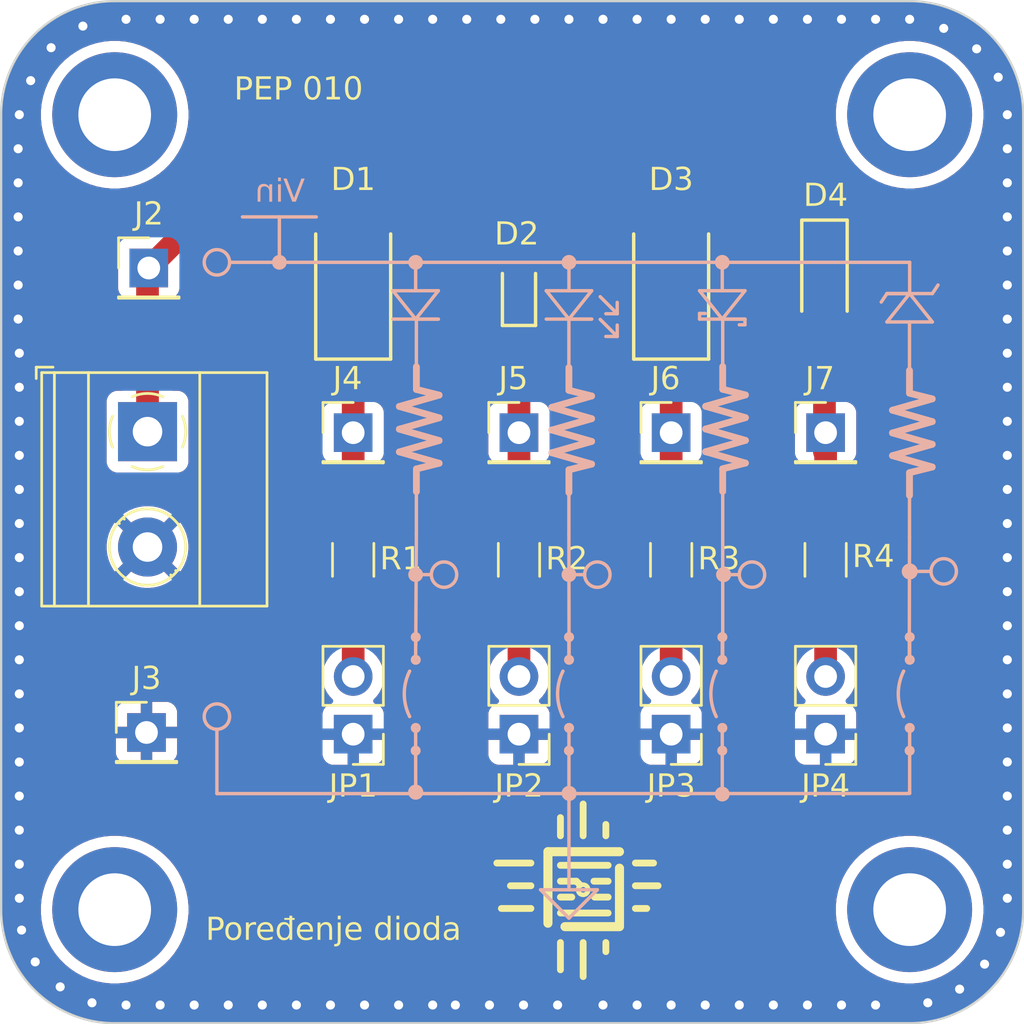
<source format=kicad_pcb>
(kicad_pcb (version 20241229) (generator "pcbnew") (generator_version "9.0")
  (layers (0 "F.Cu" signal) (2 "B.Cu" signal) (13 "F.Paste" user) (15 "B.Paste" user) (5 "F.SilkS" user "F.Silkscreen") (7 "B.SilkS" user "B.Silkscreen") (1 "F.Mask" user) (3 "B.Mask" user) (25 "Edge.Cuts" user))
  (net 0 "")
  (net 1 "Net-(D1-K)")
  (net 2 "0")
  (net 3 "9V")
  (net 4 "Net-(D2-K)")
  (net 5 "Net-(D3-K)")
  (net 6 "Net-(D4-A)")
  (net 7 "Net-(JP1-B)")
  (net 8 "Net-(JP2-B)")
  (net 9 "Net-(JP3-B)")
  (net 10 "Net-(JP4-B)")
  (footprint "Resistor_SMD:R_1206_3216Metric" (layer "F.Cu") (at 140.3 85.6 90)
    (property "Reference" "R4" (at 0.1 2.1 180) (layer "F.SilkS"))
    (property "Value" "1K")
    (fp_line (start -0.727064 -0.91) (end 0.727064 -0.91) (stroke (width 0.12)) (layer "F.SilkS"))
    (fp_line (start -0.727064 0.91) (end 0.727064 0.91) (stroke (width 0.12)) (layer "F.SilkS"))
    (pad "1" smd roundrect (at -1.4625 0 90) (size 1.125 1.75) (layers "F.Cu" "F.Mask" "F.Paste") (roundrect_rratio 0.222222) (net 10 "Net-(JP4-B)"))
    (pad "2" smd roundrect (at 1.4625 0 90) (size 1.125 1.75) (layers "F.Cu" "F.Mask" "F.Paste") (roundrect_rratio 0.222222) (net 6 "Net-(D4-A)"))
  )
  (footprint "PEP:R_silk_symbol" (layer "F.Cu") (at 122.283278 74.84628)
    (property "Reference" "REF**" (hide yes))
    (property "Value" "R_silk_symbol" (hide yes))
    (fp_line (start -0.75 4) (end 1 3.5) (stroke (width 0.3)) (layer "B.SilkS"))
    (fp_line (start -0.75 5) (end 1 4.5) (stroke (width 0.3)) (layer "B.SilkS"))
    (fp_line (start -0.75 6) (end 1 5.5) (stroke (width 0.3)) (layer "B.SilkS"))
    (fp_line (start 0 0.15) (end 0 3.25) (stroke (width 0.15)) (layer "B.SilkS"))
    (fp_line (start 0 3.25) (end 0 2.25) (stroke (width 0.3)) (layer "B.SilkS"))
    (fp_line (start 0 6.75) (end 1 6.5) (stroke (width 0.3)) (layer "B.SilkS"))
    (fp_line (start 0 7.75) (end 0 6.75) (stroke (width 0.3)) (layer "B.SilkS"))
    (fp_line (start 0 9.6) (end 0 6.75) (stroke (width 0.15)) (layer "B.SilkS"))
    (fp_line (start 1 3.5) (end 0 3.25) (stroke (width 0.3)) (layer "B.SilkS"))
    (fp_line (start 1 4.5) (end -0.75 4) (stroke (width 0.3)) (layer "B.SilkS"))
    (fp_line (start 1 5.5) (end -0.75 5) (stroke (width 0.3)) (layer "B.SilkS"))
    (fp_line (start 1 6.5) (end -0.75 6) (stroke (width 0.3)) (layer "B.SilkS"))
  )
  (footprint "Connector_PinHeader_2.54mm:PinHeader_1x01_P2.54mm_Vertical" (layer "F.Cu") (at 133.5 80)
    (property "Reference" "J6" (at -0.25 -2.33 0) (layer "F.SilkS"))
    (property "Value" "Conn_01x01_Pin" (hide yes))
    (fp_line (start -1.33 -1.33) (end 0 -1.33) (stroke (width 0.12)) (layer "F.SilkS"))
    (fp_line (start -1.33 0) (end -1.33 -1.33) (stroke (width 0.12)) (layer "F.SilkS"))
    (fp_line (start -1.33 1.27) (end -1.33 1.33) (stroke (width 0.12)) (layer "F.SilkS"))
    (fp_line (start -1.33 1.27) (end 1.33 1.27) (stroke (width 0.12)) (layer "F.SilkS"))
    (fp_line (start -1.33 1.33) (end 1.33 1.33) (stroke (width 0.12)) (layer "F.SilkS"))
    (fp_line (start 1.33 1.27) (end 1.33 1.33) (stroke (width 0.12)) (layer "F.SilkS"))
    (pad "1" thru_hole rect (at 0 0) (size 1.7 1.7) (drill 1) (layers "*.Cu" "*.Mask") (net 5 "Net-(D3-K)"))
  )
  (footprint "Resistor_SMD:R_1206_3216Metric" (layer "F.Cu") (at 133.5 85.6 90)
    (property "Reference" "R3" (at 0 2.1 180) (layer "F.SilkS"))
    (property "Value" "1K")
    (fp_line (start -0.727064 -0.91) (end 0.727064 -0.91) (stroke (width 0.12)) (layer "F.SilkS"))
    (fp_line (start -0.727064 0.91) (end 0.727064 0.91) (stroke (width 0.12)) (layer "F.SilkS"))
    (pad "1" smd roundrect (at -1.4625 0 90) (size 1.125 1.75) (layers "F.Cu" "F.Mask" "F.Paste") (roundrect_rratio 0.222222) (net 9 "Net-(JP3-B)"))
    (pad "2" smd roundrect (at 1.4625 0 90) (size 1.125 1.75) (layers "F.Cu" "F.Mask" "F.Paste") (roundrect_rratio 0.222222) (net 5 "Net-(D3-K)"))
  )
  (footprint "PEP:R_silk_symbol" (layer "F.Cu") (at 143.993792 75.011922)
    (property "Reference" "REF**" (hide yes))
    (property "Value" "R_silk_symbol" (hide yes))
    (fp_line (start -0.75 4) (end 1 3.5) (stroke (width 0.3)) (layer "B.SilkS"))
    (fp_line (start -0.75 5) (end 1 4.5) (stroke (width 0.3)) (layer "B.SilkS"))
    (fp_line (start -0.75 6) (end 1 5.5) (stroke (width 0.3)) (layer "B.SilkS"))
    (fp_line (start 0 0.15) (end 0 3.25) (stroke (width 0.15)) (layer "B.SilkS"))
    (fp_line (start 0 3.25) (end 0 2.25) (stroke (width 0.3)) (layer "B.SilkS"))
    (fp_line (start 0 6.75) (end 1 6.5) (stroke (width 0.3)) (layer "B.SilkS"))
    (fp_line (start 0 7.75) (end 0 6.75) (stroke (width 0.3)) (layer "B.SilkS"))
    (fp_line (start 0 9.6) (end 0 6.75) (stroke (width 0.15)) (layer "B.SilkS"))
    (fp_line (start 1 3.5) (end 0 3.25) (stroke (width 0.3)) (layer "B.SilkS"))
    (fp_line (start 1 4.5) (end -0.75 4) (stroke (width 0.3)) (layer "B.SilkS"))
    (fp_line (start 1 5.5) (end -0.75 5) (stroke (width 0.3)) (layer "B.SilkS"))
    (fp_line (start 1 6.5) (end -0.75 6) (stroke (width 0.3)) (layer "B.SilkS"))
  )
  (footprint "PEP:JP_silk_symbol" (layer "F.Cu") (at 122.25 91.5)
    (property "Reference" "REF**" (hide yes))
    (property "Value" "JP_silk_symbol" (hide yes))
    (fp_line (start -0.000004 -1.5) (end -0.000004 -2.5) (stroke (width 0.15)) (layer "B.SilkS"))
    (fp_line (start -0.000004 1.5) (end -0.000004 2.5) (stroke (width 0.15)) (layer "B.SilkS"))
    (fp_arc (start -0.263936 1) (mid -0.5 0) (end -0.263936 -1) (stroke (width 0.15)) (layer "B.SilkS"))
    (fp_circle (center -0.000004 2.5) (end 0.124996 2.575) (stroke (width 0.15)) (fill no) (layer "B.SilkS"))
    (fp_circle (center 0.004223 -2.5) (end 0.129223 -2.425) (stroke (width 0.15)) (fill no) (layer "B.SilkS"))
    (fp_circle (center 0.004223 -1.5) (end 0.129223 -1.425) (stroke (width 0.15)) (fill no) (layer "B.SilkS"))
    (fp_circle (center 0.004223 1.5) (end 0.129223 1.575) (stroke (width 0.15)) (fill no) (layer "B.SilkS"))
  )
  (footprint "Connector_PinHeader_2.54mm:PinHeader_1x02_P2.54mm_Vertical" (layer "F.Cu") (at 119.5 93.275 180)
    (property "Reference" "JP1" (at 0 -2.33 0) (layer "F.SilkS"))
    (property "Value" "Jumper_2_Bridged" (hide yes))
    (fp_line (start 1.33 1.27) (end 1.33 3.87) (stroke (width 0.12)) (layer "F.SilkS"))
    (fp_line (start -1.33 3.87) (end 1.33 3.87) (stroke (width 0.12)) (layer "F.SilkS"))
    (fp_line (start -1.33 1.27) (end 1.33 1.27) (stroke (width 0.12)) (layer "F.SilkS"))
    (fp_line (start -1.33 1.27) (end -1.33 3.87) (stroke (width 0.12)) (layer "F.SilkS"))
    (fp_line (start -1.33 0) (end -1.33 -1.33) (stroke (width 0.12)) (layer "F.SilkS"))
    (fp_line (start -1.33 -1.33) (end 0 -1.33) (stroke (width 0.12)) (layer "F.SilkS"))
    (pad "1" thru_hole rect (at 0 0 180) (size 1.7 1.7) (drill 1) (layers "*.Cu" "*.Mask") (net 2 "0"))
    (pad "2" thru_hole oval (at 0 2.54 180) (size 1.7 1.7) (drill 1) (layers "*.Cu" "*.Mask") (net 7 "Net-(JP1-B)"))
  )
  (footprint "PEP:ele_petnica_logo" (layer "F.Cu") (at 129.625 100.125)
    (property "Reference" "REF**" (hide yes))
    (property "Value" "ele_petnica_logo" (hide yes))
    (fp_line (start -3.8 -1.176394) (end -2.3 -1.176394) (stroke (width 0.3)) (layer "F.SilkS"))
    (fp_line (start -3.6 0.823606) (end -2.3 0.823606) (stroke (width 0.3)) (layer "F.SilkS"))
    (fp_line (start -3.2 -0.176394) (end -2.3 -0.176394) (stroke (width 0.3)) (layer "F.SilkS"))
    (fp_line (start -1.55 -1.676394) (end 1.6 -1.676394) (stroke (width 0.4)) (layer "F.SilkS"))
    (fp_line (start -1.55 1.473606) (end -1.55 -1.676394) (stroke (width 0.4)) (layer "F.SilkS"))
    (fp_line (start -1 -3.176394) (end -1 -2.376394) (stroke (width 0.3)) (layer "F.SilkS"))
    (fp_line (start -1 -1.076394) (end 1.1 -1.076394) (stroke (width 0.3)) (layer "F.SilkS"))
    (fp_line (start -1 -0.376394) (end -0.3 -0.376394) (stroke (width 0.3)) (layer "F.SilkS"))
    (fp_line (start -1 0.323606) (end -0.5 0.323606) (stroke (width 0.3)) (layer "F.SilkS"))
    (fp_line (start -1 1.023606) (end 1.1 1.023606) (stroke (width 0.3)) (layer "F.SilkS"))
    (fp_line (start -1 3.523606) (end -1 2.323606) (stroke (width 0.3)) (layer "F.SilkS"))
    (fp_line (start -0.8 1.623606) (end 1.6 1.623606) (stroke (width 0.4)) (layer "F.SilkS"))
    (fp_line (start -0.3 -0.376394) (end -0.15 -0.226394) (stroke (width 0.3)) (layer "F.SilkS"))
    (fp_line (start 0 -3.776394) (end 0 -2.376394) (stroke (width 0.3)) (layer "F.SilkS"))
    (fp_line (start 0 3.823606) (end 0 2.323606) (stroke (width 0.3)) (layer "F.SilkS"))
    (fp_line (start 0.475 -0.376394) (end 1.1 -0.376394) (stroke (width 0.3)) (layer "F.SilkS"))
    (fp_line (start 0.5 0.323606) (end 1.1 0.323606) (stroke (width 0.3)) (layer "F.SilkS"))
    (fp_line (start 1 -2.876394) (end 1 -2.376394) (stroke (width 0.3)) (layer "F.SilkS"))
    (fp_line (start 1 2.723606) (end 1 2.323606) (stroke (width 0.3)) (layer "F.SilkS"))
    (fp_line (start 1.6 1.573606) (end 1.6 -0.95) (stroke (width 0.4)) (layer "F.SilkS"))
    (fp_line (start 2.8 0.823606) (end 2.3 0.823606) (stroke (width 0.3)) (layer "F.SilkS"))
    (fp_line (start 3.1 -1.176394) (end 2.3 -1.176394) (stroke (width 0.3)) (layer "F.SilkS"))
    (fp_line (start 3.3 -0.176394) (end 2.3 -0.176394) (stroke (width 0.3)) (layer "F.SilkS"))
    (fp_circle (center 0 0) (end 0.2 0.1) (stroke (width 0.2)) (fill no) (layer "F.SilkS"))
  )
  (footprint "PCM_JLCPCB:D_SMA" (layer "F.Cu") (at 133.5 73.25 90)
    (property "Reference" "D3" (hide yes))
    (property "Value" "SS14" (hide yes))
    (fp_line (start -3.51 -1.65) (end 2 -1.65) (stroke (width 0.15)) (layer "F.SilkS"))
    (fp_line (start -3.51 -1.65) (end -3.51 1.65) (stroke (width 0.15)) (layer "F.SilkS"))
    (fp_line (start -3.51 1.65) (end 2 1.65) (stroke (width 0.15)) (layer "F.SilkS"))
    (pad "1" smd roundrect (at -2 0 90) (size 2.5 1.8) (layers "F.Cu" "F.Mask" "F.Paste") (roundrect_rratio 0.1388888889) (net 5 "Net-(D3-K)"))
    (pad "2" smd roundrect (at 2 0 90) (size 2.5 1.8) (layers "F.Cu" "F.Mask" "F.Paste") (roundrect_rratio 0.1388888889) (net 3 "9V"))
  )
  (footprint "MountingHole:MountingHole_3.2mm_M3_ISO14580_Pad_TopBottom" (layer "F.Cu") (at 144 66)
    (property "Reference" "H3" (hide yes))
    (property "Value" "MountingHole" (hide yes))
    (pad "1" thru_hole circle (at 0 0) (size 3.6 3.6) (drill 3.2) (layers "*.Cu" "*.Mask"))
    (pad "1" connect circle (at 0 0) (size 5.5 5.5) (layers "F.Cu" "F.Mask"))
    (pad "1" connect circle (at 0 0) (size 5.5 5.5) (layers "B.Cu" "B.Mask"))
  )
  (footprint "Resistor_SMD:R_1206_3216Metric" (layer "F.Cu") (at 119.5 85.6 90)
    (property "Reference" "R1" (at 0 2.1 180) (layer "F.SilkS"))
    (property "Value" "1K")
    (fp_line (start -0.727064 -0.91) (end 0.727064 -0.91) (stroke (width 0.12)) (layer "F.SilkS"))
    (fp_line (start -0.727064 0.91) (end 0.727064 0.91) (stroke (width 0.12)) (layer "F.SilkS"))
    (pad "1" smd roundrect (at -1.4625 0 90) (size 1.125 1.75) (layers "F.Cu" "F.Mask" "F.Paste") (roundrect_rratio 0.222222) (net 7 "Net-(JP1-B)"))
    (pad "2" smd roundrect (at 1.4625 0 90) (size 1.125 1.75) (layers "F.Cu" "F.Mask" "F.Paste") (roundrect_rratio 0.222222) (net 1 "Net-(D1-K)"))
  )
  (footprint "MountingHole:MountingHole_3.2mm_M3_ISO14580_Pad_TopBottom" (layer "F.Cu") (at 144 101)
    (property "Reference" "H4" (hide yes))
    (property "Value" "MountingHole" (hide yes))
    (pad "1" thru_hole circle (at 0 0) (size 3.6 3.6) (drill 3.2) (layers "*.Cu" "*.Mask"))
    (pad "1" connect circle (at 0 0) (size 5.5 5.5) (layers "F.Cu" "F.Mask"))
    (pad "1" connect circle (at 0 0) (size 5.5 5.5) (layers "B.Cu" "B.Mask"))
  )
  (footprint "TerminalBlock_Phoenix:TerminalBlock_Phoenix_MKDS-1,5-2-5.08_1x02_P5.08mm_Horizontal" (layer "F.Cu") (at 110.445 79.955 -90)
    (property "Reference" "J1" (hide yes))
    (property "Value" "Screw_Terminal_01x02" (hide yes))
    (fp_line (start -2.84 4.9) (end -2.34 4.9) (stroke (width 0.12)) (layer "F.SilkS"))
    (fp_line (start -2.6 4.66) (end 7.68 4.66) (stroke (width 0.12)) (layer "F.SilkS"))
    (fp_line (start -2.84 4.16) (end -2.84 4.9) (stroke (width 0.12)) (layer "F.SilkS"))
    (fp_line (start -2.6 4.1) (end 7.68 4.1) (stroke (width 0.12)) (layer "F.SilkS"))
    (fp_line (start -2.6 2.6) (end 7.68 2.6) (stroke (width 0.12)) (layer "F.SilkS"))
    (fp_line (start 4.046 1.239) (end 4.011 1.274) (stroke (width 0.12)) (layer "F.SilkS"))
    (fp_line (start 3.853 1.023) (end 3.806 1.069) (stroke (width 0.12)) (layer "F.SilkS"))
    (fp_line (start 6.355 -1.069) (end 6.308 -1.023) (stroke (width 0.12)) (layer "F.SilkS"))
    (fp_line (start 6.15 -1.275) (end 6.115 -1.239) (stroke (width 0.12)) (layer "F.SilkS"))
    (fp_line (start -2.6 -2.301) (end 7.68 -2.301) (stroke (width 0.12)) (layer "F.SilkS"))
    (fp_line (start -2.6 -5.261) (end -2.6 4.66) (stroke (width 0.12)) (layer "F.SilkS"))
    (fp_line (start -2.6 -5.261) (end 7.68 -5.261) (stroke (width 0.12)) (layer "F.SilkS"))
    (fp_line (start 7.68 -5.261) (end 7.68 4.66) (stroke (width 0.12)) (layer "F.SilkS"))
    (fp_arc (start 0.028805 1.680253) (mid -0.335551 1.646659) (end -0.684 1.535) (stroke (width 0.12)) (layer "F.SilkS"))
    (fp_arc (start 0.683318 1.534756) (mid 0.349292 1.643288) (end 0 1.68) (stroke (width 0.12)) (layer "F.SilkS"))
    (fp_arc (start -1.535427 0.683042) (mid -1.680501 -0.000524) (end -1.535 -0.684) (stroke (width 0.12)) (layer "F.SilkS"))
    (fp_arc (start 1.535427 -0.683042) (mid 1.680501 0.000524) (end 1.535 0.684) (stroke (width 0.12)) (layer "F.SilkS"))
    (fp_arc (start -0.683042 -1.535427) (mid 0.000524 -1.680501) (end 0.684 -1.535) (stroke (width 0.12)) (layer "F.SilkS"))
    (fp_circle (center 5.08 0) (end 6.76 0) (stroke (width 0.12)) (fill no) (layer "F.SilkS"))
    (pad "1" thru_hole rect (at 0 0 270) (size 2.6 2.6) (drill 1.3) (layers "*.Cu" "*.Mask") (net 3 "9V"))
    (pad "2" thru_hole circle (at 5.08 0 270) (size 2.6 2.6) (drill 1.3) (layers "*.Cu" "*.Mask") (net 2 "0"))
  )
  (footprint "Connector_PinHeader_2.54mm:PinHeader_1x01_P2.54mm_Vertical" (layer "F.Cu") (at 110.5 72.75)
    (property "Reference" "J2" (at 0 -2.33 0) (layer "F.SilkS"))
    (property "Value" "Conn_01x01_Pin" (hide yes))
    (fp_line (start -1.33 -1.33) (end 0 -1.33) (stroke (width 0.12)) (layer "F.SilkS"))
    (fp_line (start -1.33 0) (end -1.33 -1.33) (stroke (width 0.12)) (layer "F.SilkS"))
    (fp_line (start -1.33 1.27) (end -1.33 1.33) (stroke (width 0.12)) (layer "F.SilkS"))
    (fp_line (start -1.33 1.27) (end 1.33 1.27) (stroke (width 0.12)) (layer "F.SilkS"))
    (fp_line (start -1.33 1.33) (end 1.33 1.33) (stroke (width 0.12)) (layer "F.SilkS"))
    (fp_line (start 1.33 1.27) (end 1.33 1.33) (stroke (width 0.12)) (layer "F.SilkS"))
    (pad "1" thru_hole rect (at 0 0) (size 1.7 1.7) (drill 1) (layers "*.Cu" "*.Mask") (net 3 "9V"))
  )
  (footprint "Connector_PinHeader_2.54mm:PinHeader_1x02_P2.54mm_Vertical" (layer "F.Cu") (at 126.8 93.275 180)
    (property "Reference" "JP2" (at 0 -2.33 0) (layer "F.SilkS"))
    (property "Value" "Jumper_2_Bridged" (hide yes))
    (fp_line (start 1.33 1.27) (end 1.33 3.87) (stroke (width 0.12)) (layer "F.SilkS"))
    (fp_line (start -1.33 3.87) (end 1.33 3.87) (stroke (width 0.12)) (layer "F.SilkS"))
    (fp_line (start -1.33 1.27) (end 1.33 1.27) (stroke (width 0.12)) (layer "F.SilkS"))
    (fp_line (start -1.33 1.27) (end -1.33 3.87) (stroke (width 0.12)) (layer "F.SilkS"))
    (fp_line (start -1.33 0) (end -1.33 -1.33) (stroke (width 0.12)) (layer "F.SilkS"))
    (fp_line (start -1.33 -1.33) (end 0 -1.33) (stroke (width 0.12)) (layer "F.SilkS"))
    (pad "1" thru_hole rect (at 0 0 180) (size 1.7 1.7) (drill 1) (layers "*.Cu" "*.Mask") (net 2 "0"))
    (pad "2" thru_hole oval (at 0 2.54 180) (size 1.7 1.7) (drill 1) (layers "*.Cu" "*.Mask") (net 8 "Net-(JP2-B)"))
  )
  (footprint "PCM_JLCPCB:D_SOD-123" (layer "F.Cu") (at 140.25 73 -90)
    (property "Reference" "D4" (hide yes))
    (property "Value" "BZT52C5V1" (hide yes))
    (fp_line (start -2.36 1) (end 1.65 1) (stroke (width 0.15)) (layer "F.SilkS"))
    (fp_line (start -2.36 -1) (end -2.36 1) (stroke (width 0.15)) (layer "F.SilkS"))
    (fp_line (start -2.36 -1) (end 1.65 -1) (stroke (width 0.15)) (layer "F.SilkS"))
    (pad "1" smd roundrect (at -1.65 0 270) (size 0.9 1.2) (layers "F.Cu" "F.Mask" "F.Paste") (net 3 "9V"))
    (pad "2" smd roundrect (at 1.65 0 270) (size 0.9 1.2) (layers "F.Cu" "F.Mask" "F.Paste") (net 6 "Net-(D4-A)"))
  )
  (footprint "PEP:JP_silk_symbol" (layer "F.Cu") (at 129 91.5)
    (property "Reference" "REF**" (hide yes))
    (property "Value" "JP_silk_symbol" (hide yes))
    (fp_line (start -0.000004 -1.5) (end -0.000004 -2.5) (stroke (width 0.15)) (layer "B.SilkS"))
    (fp_line (start -0.000004 1.5) (end -0.000004 2.5) (stroke (width 0.15)) (layer "B.SilkS"))
    (fp_arc (start -0.263936 1) (mid -0.5 0) (end -0.263936 -1) (stroke (width 0.15)) (layer "B.SilkS"))
    (fp_circle (center -0.000004 2.5) (end 0.124996 2.575) (stroke (width 0.15)) (fill no) (layer "B.SilkS"))
    (fp_circle (center 0.004223 -2.5) (end 0.129223 -2.425) (stroke (width 0.15)) (fill no) (layer "B.SilkS"))
    (fp_circle (center 0.004223 -1.5) (end 0.129223 -1.425) (stroke (width 0.15)) (fill no) (layer "B.SilkS"))
    (fp_circle (center 0.004223 1.5) (end 0.129223 1.575) (stroke (width 0.15)) (fill no) (layer "B.SilkS"))
  )
  (footprint "Connector_PinHeader_2.54mm:PinHeader_1x01_P2.54mm_Vertical" (layer "F.Cu") (at 119.5 80)
    (property "Reference" "J4" (at -0.25 -2.33 0) (layer "F.SilkS"))
    (property "Value" "Conn_01x01_Pin" (hide yes))
    (fp_line (start -1.33 -1.33) (end 0 -1.33) (stroke (width 0.12)) (layer "F.SilkS"))
    (fp_line (start -1.33 0) (end -1.33 -1.33) (stroke (width 0.12)) (layer "F.SilkS"))
    (fp_line (start -1.33 1.27) (end -1.33 1.33) (stroke (width 0.12)) (layer "F.SilkS"))
    (fp_line (start -1.33 1.27) (end 1.33 1.27) (stroke (width 0.12)) (layer "F.SilkS"))
    (fp_line (start -1.33 1.33) (end 1.33 1.33) (stroke (width 0.12)) (layer "F.SilkS"))
    (fp_line (start 1.33 1.27) (end 1.33 1.33) (stroke (width 0.12)) (layer "F.SilkS"))
    (pad "1" thru_hole rect (at 0 0) (size 1.7 1.7) (drill 1) (layers "*.Cu" "*.Mask") (net 1 "Net-(D1-K)"))
  )
  (footprint "Connector_PinHeader_2.54mm:PinHeader_1x01_P2.54mm_Vertical" (layer "F.Cu") (at 126.8 80)
    (property "Reference" "J5" (at -0.25 -2.33 0) (layer "F.SilkS"))
    (property "Value" "Conn_01x01_Pin" (hide yes))
    (fp_line (start -1.33 -1.33) (end 0 -1.33) (stroke (width 0.12)) (layer "F.SilkS"))
    (fp_line (start -1.33 0) (end -1.33 -1.33) (stroke (width 0.12)) (layer "F.SilkS"))
    (fp_line (start -1.33 1.27) (end -1.33 1.33) (stroke (width 0.12)) (layer "F.SilkS"))
    (fp_line (start -1.33 1.27) (end 1.33 1.27) (stroke (width 0.12)) (layer "F.SilkS"))
    (fp_line (start -1.33 1.33) (end 1.33 1.33) (stroke (width 0.12)) (layer "F.SilkS"))
    (fp_line (start 1.33 1.27) (end 1.33 1.33) (stroke (width 0.12)) (layer "F.SilkS"))
    (pad "1" thru_hole rect (at 0 0) (size 1.7 1.7) (drill 1) (layers "*.Cu" "*.Mask") (net 4 "Net-(D2-K)"))
  )
  (footprint "Connector_PinHeader_2.54mm:PinHeader_1x01_P2.54mm_Vertical" (layer "F.Cu") (at 140.3 80)
    (property "Reference" "J7" (at -0.25 -2.33 0) (layer "F.SilkS"))
    (property "Value" "Conn_01x01_Pin" (hide yes))
    (fp_line (start -1.33 -1.33) (end 0 -1.33) (stroke (width 0.12)) (layer "F.SilkS"))
    (fp_line (start -1.33 0) (end -1.33 -1.33) (stroke (width 0.12)) (layer "F.SilkS"))
    (fp_line (start -1.33 1.27) (end -1.33 1.33) (stroke (width 0.12)) (layer "F.SilkS"))
    (fp_line (start -1.33 1.27) (end 1.33 1.27) (stroke (width 0.12)) (layer "F.SilkS"))
    (fp_line (start -1.33 1.33) (end 1.33 1.33) (stroke (width 0.12)) (layer "F.SilkS"))
    (fp_line (start 1.33 1.27) (end 1.33 1.33) (stroke (width 0.12)) (layer "F.SilkS"))
    (pad "1" thru_hole rect (at 0 0) (size 1.7 1.7) (drill 1) (layers "*.Cu" "*.Mask") (net 6 "Net-(D4-A)"))
  )
  (footprint "PCM_JLCPCB:D_SMA" (layer "F.Cu") (at 119.5 73.25 90)
    (property "Reference" "D1" (hide yes))
    (property "Value" "M7" (hide yes))
    (fp_line (start -3.51 -1.65) (end 2 -1.65) (stroke (width 0.15)) (layer "F.SilkS"))
    (fp_line (start -3.51 -1.65) (end -3.51 1.65) (stroke (width 0.15)) (layer "F.SilkS"))
    (fp_line (start -3.51 1.65) (end 2 1.65) (stroke (width 0.15)) (layer "F.SilkS"))
    (pad "1" smd roundrect (at -2 0 90) (size 2.5 1.8) (layers "F.Cu" "F.Mask" "F.Paste") (roundrect_rratio 0.1388888889) (net 1 "Net-(D1-K)"))
    (pad "2" smd roundrect (at 2 0 90) (size 2.5 1.8) (layers "F.Cu" "F.Mask" "F.Paste") (roundrect_rratio 0.1388888889) (net 3 "9V"))
  )
  (footprint "PEP:JP_silk_symbol" (layer "F.Cu") (at 135.75 91.5)
    (property "Reference" "REF**" (hide yes))
    (property "Value" "JP_silk_symbol" (hide yes))
    (fp_line (start -0.000004 -1.5) (end -0.000004 -2.5) (stroke (width 0.15)) (layer "B.SilkS"))
    (fp_line (start -0.000004 1.5) (end -0.000004 2.5) (stroke (width 0.15)) (layer "B.SilkS"))
    (fp_arc (start -0.263936 1) (mid -0.5 0) (end -0.263936 -1) (stroke (width 0.15)) (layer "B.SilkS"))
    (fp_circle (center -0.000004 2.5) (end 0.124996 2.575) (stroke (width 0.15)) (fill no) (layer "B.SilkS"))
    (fp_circle (center 0.004223 -2.5) (end 0.129223 -2.425) (stroke (width 0.15)) (fill no) (layer "B.SilkS"))
    (fp_circle (center 0.004223 -1.5) (end 0.129223 -1.425) (stroke (width 0.15)) (fill no) (layer "B.SilkS"))
    (fp_circle (center 0.004223 1.5) (end 0.129223 1.575) (stroke (width 0.15)) (fill no) (layer "B.SilkS"))
  )
  (footprint "PEP:R_silk_symbol" (layer "F.Cu") (at 135.769369 74.838655)
    (property "Reference" "REF**" (hide yes))
    (property "Value" "R_silk_symbol" (hide yes))
    (fp_line (start -0.75 4) (end 1 3.5) (stroke (width 0.3)) (layer "B.SilkS"))
    (fp_line (start -0.75 5) (end 1 4.5) (stroke (width 0.3)) (layer "B.SilkS"))
    (fp_line (start -0.75 6) (end 1 5.5) (stroke (width 0.3)) (layer "B.SilkS"))
    (fp_line (start 0 0.15) (end 0 3.25) (stroke (width 0.15)) (layer "B.SilkS"))
    (fp_line (start 0 3.25) (end 0 2.25) (stroke (width 0.3)) (layer "B.SilkS"))
    (fp_line (start 0 6.75) (end 1 6.5) (stroke (width 0.3)) (layer "B.SilkS"))
    (fp_line (start 0 7.75) (end 0 6.75) (stroke (width 0.3)) (layer "B.SilkS"))
    (fp_line (start 0 9.6) (end 0 6.75) (stroke (width 0.15)) (layer "B.SilkS"))
    (fp_line (start 1 3.5) (end 0 3.25) (stroke (width 0.3)) (layer "B.SilkS"))
    (fp_line (start 1 4.5) (end -0.75 4) (stroke (width 0.3)) (layer "B.SilkS"))
    (fp_line (start 1 5.5) (end -0.75 5) (stroke (width 0.3)) (layer "B.SilkS"))
    (fp_line (start 1 6.5) (end -0.75 6) (stroke (width 0.3)) (layer "B.SilkS"))
  )
  (footprint "MountingHole:MountingHole_3.2mm_M3_ISO14580_Pad_TopBottom" (layer "F.Cu") (at 109 66)
    (property "Reference" "H2" (hide yes))
    (property "Value" "MountingHole" (hide yes))
    (pad "1" thru_hole circle (at 0 0) (size 3.6 3.6) (drill 3.2) (layers "*.Cu" "*.Mask"))
    (pad "1" connect circle (at 0 0) (size 5.5 5.5) (layers "F.Cu" "F.Mask"))
    (pad "1" connect circle (at 0 0) (size 5.5 5.5) (layers "B.Cu" "B.Mask"))
  )
  (footprint "Resistor_SMD:R_1206_3216Metric" (layer "F.Cu") (at 126.8 85.6 90)
    (property "Reference" "R2" (at 0 2.1 180) (layer "F.SilkS"))
    (property "Value" "1K")
    (fp_line (start -0.727064 -0.91) (end 0.727064 -0.91) (stroke (width 0.12)) (layer "F.SilkS"))
    (fp_line (start -0.727064 0.91) (end 0.727064 0.91) (stroke (width 0.12)) (layer "F.SilkS"))
    (pad "1" smd roundrect (at -1.4625 0 90) (size 1.125 1.75) (layers "F.Cu" "F.Mask" "F.Paste") (roundrect_rratio 0.222222) (net 8 "Net-(JP2-B)"))
    (pad "2" smd roundrect (at 1.4625 0 90) (size 1.125 1.75) (layers "F.Cu" "F.Mask" "F.Paste") (roundrect_rratio 0.222222) (net 4 "Net-(D2-K)"))
  )
  (footprint "Connector_PinHeader_2.54mm:PinHeader_1x01_P2.54mm_Vertical" (layer "F.Cu") (at 110.4 93.2)
    (property "Reference" "J3" (at 0 -2.33 0) (layer "F.SilkS"))
    (property "Value" "Conn_01x01_Pin" (hide yes))
    (fp_line (start -1.33 -1.33) (end 0 -1.33) (stroke (width 0.12)) (layer "F.SilkS"))
    (fp_line (start -1.33 0) (end -1.33 -1.33) (stroke (width 0.12)) (layer "F.SilkS"))
    (fp_line (start -1.33 1.27) (end -1.33 1.33) (stroke (width 0.12)) (layer "F.SilkS"))
    (fp_line (start -1.33 1.27) (end 1.33 1.27) (stroke (width 0.12)) (layer "F.SilkS"))
    (fp_line (start -1.33 1.33) (end 1.33 1.33) (stroke (width 0.12)) (layer "F.SilkS"))
    (fp_line (start 1.33 1.27) (end 1.33 1.33) (stroke (width 0.12)) (layer "F.SilkS"))
    (pad "1" thru_hole rect (at 0 0) (size 1.7 1.7) (drill 1) (layers "*.Cu" "*.Mask") (net 2 "0"))
  )
  (footprint "PEP:JP_silk_symbol" (layer "F.Cu") (at 144 91.5)
    (property "Reference" "REF**" (hide yes))
    (property "Value" "JP_silk_symbol" (hide yes))
    (fp_line (start -0.000004 -1.5) (end -0.000004 -2.5) (stroke (width 0.15)) (layer "B.SilkS"))
    (fp_line (start -0.000004 1.5) (end -0.000004 2.5) (stroke (width 0.15)) (layer "B.SilkS"))
    (fp_arc (start -0.263936 1) (mid -0.5 0) (end -0.263936 -1) (stroke (width 0.15)) (layer "B.SilkS"))
    (fp_circle (center -0.000004 2.5) (end 0.124996 2.575) (stroke (width 0.15)) (fill no) (layer "B.SilkS"))
    (fp_circle (center 0.004223 -2.5) (end 0.129223 -2.425) (stroke (width 0.15)) (fill no) (layer "B.SilkS"))
    (fp_circle (center 0.004223 -1.5) (end 0.129223 -1.425) (stroke (width 0.15)) (fill no) (layer "B.SilkS"))
    (fp_circle (center 0.004223 1.5) (end 0.129223 1.575) (stroke (width 0.15)) (fill no) (layer "B.SilkS"))
  )
  (footprint "Connector_PinHeader_2.54mm:PinHeader_1x02_P2.54mm_Vertical" (layer "F.Cu") (at 140.3 93.275 180)
    (property "Reference" "JP4" (at 0 -2.33 0) (layer "F.SilkS"))
    (property "Value" "Jumper_2_Bridged" (hide yes))
    (fp_line (start 1.33 1.27) (end 1.33 3.87) (stroke (width 0.12)) (layer "F.SilkS"))
    (fp_line (start -1.33 3.87) (end 1.33 3.87) (stroke (width 0.12)) (layer "F.SilkS"))
    (fp_line (start -1.33 1.27) (end 1.33 1.27) (stroke (width 0.12)) (layer "F.SilkS"))
    (fp_line (start -1.33 1.27) (end -1.33 3.87) (stroke (width 0.12)) (layer "F.SilkS"))
    (fp_line (start -1.33 0) (end -1.33 -1.33) (stroke (width 0.12)) (layer "F.SilkS"))
    (fp_line (start -1.33 -1.33) (end 0 -1.33) (stroke (width 0.12)) (layer "F.SilkS"))
    (pad "1" thru_hole rect (at 0 0 180) (size 1.7 1.7) (drill 1) (layers "*.Cu" "*.Mask") (net 2 "0"))
    (pad "2" thru_hole oval (at 0 2.54 180) (size 1.7 1.7) (drill 1) (layers "*.Cu" "*.Mask") (net 10 "Net-(JP4-B)"))
  )
  (footprint "PEP:R_silk_symbol" (layer "F.Cu") (at 128.997483 74.884647)
    (property "Reference" "REF**" (hide yes))
    (property "Value" "R_silk_symbol" (hide yes))
    (fp_line (start -0.75 4) (end 1 3.5) (stroke (width 0.3)) (layer "B.SilkS"))
    (fp_line (start -0.75 5) (end 1 4.5) (stroke (width 0.3)) (layer "B.SilkS"))
    (fp_line (start -0.75 6) (end 1 5.5) (stroke (width 0.3)) (layer "B.SilkS"))
    (fp_line (start 0 0.15) (end 0 3.25) (stroke (width 0.15)) (layer "B.SilkS"))
    (fp_line (start 0 3.25) (end 0 2.25) (stroke (width 0.3)) (layer "B.SilkS"))
    (fp_line (start 0 6.75) (end 1 6.5) (stroke (width 0.3)) (layer "B.SilkS"))
    (fp_line (start 0 7.75) (end 0 6.75) (stroke (width 0.3)) (layer "B.SilkS"))
    (fp_line (start 0 9.6) (end 0 6.75) (stroke (width 0.15)) (layer "B.SilkS"))
    (fp_line (start 1 3.5) (end 0 3.25) (stroke (width 0.3)) (layer "B.SilkS"))
    (fp_line (start 1 4.5) (end -0.75 4) (stroke (width 0.3)) (layer "B.SilkS"))
    (fp_line (start 1 5.5) (end -0.75 5) (stroke (width 0.3)) (layer "B.SilkS"))
    (fp_line (start 1 6.5) (end -0.75 6) (stroke (width 0.3)) (layer "B.SilkS"))
  )
  (footprint "Connector_PinHeader_2.54mm:PinHeader_1x02_P2.54mm_Vertical" (layer "F.Cu") (at 133.5 93.275 180)
    (property "Reference" "JP3" (at 0 -2.33 0) (layer "F.SilkS"))
    (property "Value" "Jumper_2_Bridged" (hide yes))
    (fp_line (start 1.33 1.27) (end 1.33 3.87) (stroke (width 0.12)) (layer "F.SilkS"))
    (fp_line (start -1.33 3.87) (end 1.33 3.87) (stroke (width 0.12)) (layer "F.SilkS"))
    (fp_line (start -1.33 1.27) (end 1.33 1.27) (stroke (width 0.12)) (layer "F.SilkS"))
    (fp_line (start -1.33 1.27) (end -1.33 3.87) (stroke (width 0.12)) (layer "F.SilkS"))
    (fp_line (start -1.33 0) (end -1.33 -1.33) (stroke (width 0.12)) (layer "F.SilkS"))
    (fp_line (start -1.33 -1.33) (end 0 -1.33) (stroke (width 0.12)) (layer "F.SilkS"))
    (pad "1" thru_hole rect (at 0 0 180) (size 1.7 1.7) (drill 1) (layers "*.Cu" "*.Mask") (net 2 "0"))
    (pad "2" thru_hole oval (at 0 2.54 180) (size 1.7 1.7) (drill 1) (layers "*.Cu" "*.Mask") (net 9 "Net-(JP3-B)"))
  )
  (footprint "MountingHole:MountingHole_3.2mm_M3_ISO14580_Pad_TopBottom" (layer "F.Cu") (at 109 101 -90)
    (property "Reference" "H1" (hide yes))
    (property "Value" "MountingHole" (hide yes))
    (pad "1" thru_hole circle (at 0 0 270) (size 3.6 3.6) (drill 3.2) (layers "*.Cu" "*.Mask"))
    (pad "1" connect circle (at 0 0 270) (size 5.5 5.5) (layers "F.Cu" "F.Mask"))
    (pad "1" connect circle (at 0 0 270) (size 5.5 5.5) (layers "B.Cu" "B.Mask"))
  )
  (footprint "PCM_JLCPCB:D_0603" (layer "F.Cu") (at 126.8 73.79 90)
    (property "Reference" "D2" (hide yes))
    (property "Value" "KT-0603R" (hide yes))
    (fp_line (start 0.8 -0.73) (end -1.49 -0.73) (stroke (width 0.15)) (layer "F.SilkS"))
    (fp_line (start -1.49 -0.73) (end -1.49 0.73) (stroke (width 0.15)) (layer "F.SilkS"))
    (fp_line (start -1.49 0.73) (end 0.8 0.73) (stroke (width 0.15)) (layer "F.SilkS"))
    (pad "1" smd roundrect (at -0.79 0 90) (size 0.88 0.95) (layers "F.Cu" "F.Mask" "F.Paste") (net 4 "Net-(D2-K)"))
    (pad "2" smd roundrect (at 0.79 0 90) (size 0.88 0.95) (layers "F.Cu" "F.Mask" "F.Paste") (net 3 "9V"))
  )
  (gr_line (start 143.999523 95.882721) (end 143.875 95.8875) (stroke (width 0.15)) (layer "B.SilkS"))
  (gr_circle (center 135.749809 95.91275) (end 135.749809 95.66275) (stroke (width 0.15)) (fill yes) (layer "B.SilkS"))
  (gr_line (start 116.25 72.5) (end 144 72.5) (stroke (width 0.15)) (layer "B.SilkS"))
  (gr_line (start 114.625 70.5) (end 117.875 70.5) (stroke (width 0.15)) (layer "B.SilkS"))
  (gr_circle (center 116.25 72.5) (end 116.25 72.25) (stroke (width 0.15)) (fill yes) (layer "B.SilkS"))
  (gr_line (start 136.75 75) (end 136.75 75.25) (stroke (width 0.15)) (layer "B.SilkS"))
  (gr_line (start 135.749996 94) (end 135.75 96) (stroke (width 0.15)) (layer "B.SilkS"))
  (gr_line (start 135.75 75) (end 136.75 73.75) (stroke (width 0.15)) (layer "B.SilkS"))
  (gr_circle (center 123.5 86.25) (end 123.75 86.75) (stroke (width 0.15)) (fill no) (layer "B.SilkS"))
  (gr_circle (center 129 86.25) (end 129 86) (stroke (width 0.15)) (fill yes) (layer "B.SilkS"))
  (gr_line (start 131.125525 75.762975) (end 131.125525 75.262975) (stroke (width 0.15)) (layer "B.SilkS"))
  (gr_line (start 144 75.125) (end 145 75.125) (stroke (width 0.15)) (layer "B.SilkS"))
  (gr_circle (center 129 95.875) (end 128.75 95.875) (stroke (width 0.15)) (fill yes) (layer "B.SilkS"))
  (gr_line (start 129 75) (end 130 73.75) (stroke (width 0.15)) (layer "B.SilkS"))
  (gr_line (start 129 73.75) (end 129 72.5) (stroke (width 0.15)) (layer "B.SilkS"))
  (gr_line (start 122.249996 94) (end 122.25246 95.826733) (stroke (width 0.15)) (layer "B.SilkS"))
  (gr_line (start 129 101.375) (end 127.75 100.125) (stroke (width 0.15)) (layer "B.SilkS"))
  (gr_circle (center 129 72.5) (end 129 72.25) (stroke (width 0.15)) (fill yes) (layer "B.SilkS"))
  (gr_line (start 134.75 75) (end 134.75 74.75) (stroke (width 0.15)) (layer "B.SilkS"))
  (gr_line (start 122.283278 84.44628) (end 122.254223 89.354227) (stroke (width 0.15)) (layer "B.SilkS"))
  (gr_line (start 131.125525 75.762975) (end 130.625525 75.762975) (stroke (width 0.15)) (layer "B.SilkS"))
  (gr_line (start 116.5 72.5) (end 114.059016 72.5) (stroke (width 0.15)) (layer "B.SilkS"))
  (gr_line (start 143 75.125) (end 144 75.125) (stroke (width 0.15)) (layer "B.SilkS"))
  (gr_line (start 122.25 75) (end 123.25 75) (stroke (width 0.15)) (layer "B.SilkS"))
  (gr_line (start 122.25 73.75) (end 122.25 72.5) (stroke (width 0.15)) (layer "B.SilkS"))
  (gr_line (start 123.25 73.75) (end 122.25 73.75) (stroke (width 0.15)) (layer "B.SilkS"))
  (gr_line (start 135.75 75) (end 136.75 75) (stroke (width 0.15)) (layer "B.SilkS"))
  (gr_line (start 116.25 70.5) (end 116.25 72.5) (stroke (width 0.15)) (layer "B.SilkS"))
  (gr_line (start 130 73.75) (end 129 73.75) (stroke (width 0.15)) (layer "B.SilkS"))
  (gr_circle (center 122.25246 95.826733) (end 122.5 95.75) (stroke (width 0.15)) (fill yes) (layer "B.SilkS"))
  (gr_line (start 129 100.125) (end 130.25 100.125) (stroke (width 0.15)) (layer "B.SilkS"))
  (gr_line (start 129 86.25) (end 129.690984 86.25) (stroke (width 0.15)) (layer "B.SilkS"))
  (gr_circle (center 122.25 72.5) (end 122.25 72.25) (stroke (width 0.15)) (fill yes) (layer "B.SilkS"))
  (gr_line (start 129 75) (end 130 75) (stroke (width 0.15)) (layer "B.SilkS"))
  (gr_circle (center 137.059016 86.25) (end 137.309016 86.75) (stroke (width 0.15)) (fill no) (layer "B.SilkS"))
  (gr_line (start 128.999996 94) (end 129 95.75) (stroke (width 0.15)) (layer "B.SilkS"))
  (gr_line (start 113.5 95.891439) (end 113.5 93.059016) (stroke (width 0.15)) (layer "B.SilkS"))
  (gr_line (start 134.75 73.75) (end 135.75 75) (stroke (width 0.15)) (layer "B.SilkS"))
  (gr_line (start 135.75 73.75) (end 134.75 73.75) (stroke (width 0.15)) (layer "B.SilkS"))
  (gr_line (start 144.940984 86.10625) (end 144.003691 86.110551) (stroke (width 0.15)) (layer "B.SilkS"))
  (gr_circle (center 130.25 86.25) (end 130.5 86.75) (stroke (width 0.15)) (fill no) (layer "B.SilkS"))
  (gr_line (start 122.249996 86.25) (end 122.940984 86.25) (stroke (width 0.15)) (layer "B.SilkS"))
  (gr_line (start 143.999996 94) (end 143.999523 95.882721) (stroke (width 0.15)) (layer "B.SilkS"))
  (gr_line (start 121.25 73.75) (end 122.25 75) (stroke (width 0.15)) (layer "B.SilkS"))
  (gr_line (start 143 73.875) (end 145 73.875) (stroke (width 0.15)) (layer "B.SilkS"))
  (gr_line (start 130.375525 74.012975) (end 131.125525 74.762975) (stroke (width 0.15)) (layer "B.SilkS"))
  (gr_line (start 130 75) (end 128 75) (stroke (width 0.15)) (layer "B.SilkS"))
  (gr_line (start 128.997483 84.484647) (end 129.004223 89.75) (stroke (width 0.15)) (layer "B.SilkS"))
  (gr_line (start 128 73.75) (end 129 75) (stroke (width 0.15)) (layer "B.SilkS"))
  (gr_circle (center 122.249996 86.25) (end 122 86.25) (stroke (width 0.15)) (fill yes) (layer "B.SilkS"))
  (gr_line (start 144 73.875) (end 143 73.875) (stroke (width 0.15)) (layer "B.SilkS"))
  (gr_line (start 134.75 74.75) (end 135 74.75) (stroke (width 0.15)) (layer "B.SilkS"))
  (gr_line (start 113.5 95.891439) (end 143.875 95.8875) (stroke (width 0.15)) (layer "B.SilkS"))
  (gr_line (start 131.125525 74.762975) (end 131.125525 74.262975) (stroke (width 0.15)) (layer "B.SilkS"))
  (gr_line (start 143 73.875) (end 142.75 74.25) (stroke (width 0.15)) (layer "B.SilkS"))
  (gr_line (start 129 73.75) (end 128 73.75) (stroke (width 0.15)) (layer "B.SilkS"))
  (gr_line (start 145 75.125) (end 144 73.875) (stroke (width 0.15)) (layer "B.SilkS"))
  (gr_line (start 135.75 73.75) (end 135.75 72.5) (stroke (width 0.15)) (layer "B.SilkS"))
  (gr_circle (center 113.5 92.5) (end 114 92.75) (stroke (width 0.15)) (fill no) (layer "B.SilkS"))
  (gr_line (start 135.809016 86.25) (end 136.5 86.25) (stroke (width 0.15)) (layer "B.SilkS"))
  (gr_circle (center 135.809016 86.25) (end 135.75 86) (stroke (width 0.15)) (fill yes) (layer "B.SilkS"))
  (gr_line (start 145 73.875) (end 145.25 73.5) (stroke (width 0.15)) (layer "B.SilkS"))
  (gr_line (start 136.75 75.25) (end 136.5 75.25) (stroke (width 0.15)) (layer "B.SilkS"))
  (gr_line (start 135.769369 84.438655) (end 135.769798 90.038366) (stroke (width 0.15)) (layer "B.SilkS"))
  (gr_line (start 143.993792 84.611922) (end 143.985345 89.763646) (stroke (width 0.15)) (layer "B.SilkS"))
  (gr_line (start 136.75 75) (end 134.75 75) (stroke (width 0.15)) (layer "B.SilkS"))
  (gr_circle (center 145.5 86.10625) (end 145.75 86.60625) (stroke (width 0.15)) (fill no) (layer "B.SilkS"))
  (gr_line (start 144 72.5) (end 144 73.875) (stroke (width 0.15)) (layer "B.SilkS"))
  (gr_line (start 122.25 73.75) (end 121.25 73.75) (stroke (width 0.15)) (layer "B.SilkS"))
  (gr_line (start 127.75 100.125) (end 129 100.125) (stroke (width 0.15)) (layer "B.SilkS"))
  (gr_line (start 136.75 73.75) (end 135.75 73.75) (stroke (width 0.15)) (layer "B.SilkS"))
  (gr_circle (center 144.003691 86.110551) (end 143.75 86) (stroke (width 0.15)) (fill yes) (layer "B.SilkS"))
  (gr_line (start 131.125525 74.762975) (end 130.625525 74.762975) (stroke (width 0.15)) (layer "B.SilkS"))
  (gr_line (start 122.25 75) (end 123.25 73.75) (stroke (width 0.15)) (layer "B.SilkS"))
  (gr_line (start 129 100.125) (end 129 95.875) (stroke (width 0.15)) (layer "B.SilkS"))
  (gr_circle (center 129.015252 95.888846) (end 129.015252 96.138846) (stroke (width 0.15)) (fill yes) (layer "B.SilkS"))
  (gr_circle (center 113.5 72.5) (end 113.75 73) (stroke (width 0.15)) (fill no) (layer "B.SilkS"))
  (gr_circle (center 135.75 72.5) (end 135.75 72.25) (stroke (width 0.15)) (fill yes) (layer "B.SilkS"))
  (gr_line (start 130.25 100.125) (end 129 101.375) (stroke (width 0.15)) (layer "B.SilkS"))
  (gr_line (start 130.375525 75.012975) (end 131.125525 75.762975) (stroke (width 0.15)) (layer "B.SilkS"))
  (gr_line (start 123.25 75) (end 121.25 75) (stroke (width 0.15)) (layer "B.SilkS"))
  (gr_line (start 144 73.875) (end 143 75.125) (stroke (width 0.15)) (layer "B.SilkS"))
  (gr_line (start 149 101) (end 148.999998 66) (stroke (width 0.1)) (layer "Edge.Cuts"))
  (gr_arc (start 104 66) (mid 105.464467 62.464467) (end 109 61) (stroke (width 0.1)) (layer "Edge.Cuts"))
  (gr_arc (start 144 61) (mid 147.535533 62.464466) (end 148.999998 66) (stroke (width 0.1)) (layer "Edge.Cuts"))
  (gr_line (start 104 66) (end 104 101) (stroke (width 0.1)) (layer "Edge.Cuts"))
  (gr_arc (start 149 101) (mid 147.535533 104.535533) (end 144 106) (stroke (width 0.1)) (layer "Edge.Cuts"))
  (gr_line (start 109 106) (end 144 106) (stroke (width 0.1)) (layer "Edge.Cuts"))
  (gr_arc (start 109 106) (mid 105.464467 104.535533) (end 104 101) (stroke (width 0.1)) (layer "Edge.Cuts"))
  (gr_line (start 144 61) (end 109 61) (stroke (width 0.1)) (layer "Edge.Cuts"))
  (gr_text "PEP 010 " (at 114.25 65.5 0) (layer "F.SilkS") (effects (font (size 1 1)) (justify left bottom)))
  (gr_text "D3" (at 133.5 68.9 0) (layer "F.SilkS") (effects (font (size 1 1))))
  (gr_text "D1" (at 119.5 68.9 0) (layer "F.SilkS") (effects (font (size 1 1))))
  (gr_text "D2" (at 126.7 71.3 0) (layer "F.SilkS") (effects (font (size 1 1))))
  (gr_text "D4" (at 140.3 69.6 0) (layer "F.SilkS") (effects (font (size 1 1))))
  (gr_text "Poređenje dioda" (at 113 102.5 0) (layer "F.SilkS") (effects (font (size 1 1)) (justify left bottom)))
  (gr_text "Vin" (at 117.375 70 0) (layer "B.SilkS") (effects (font (size 1 1)) (justify left bottom mirror)))
  (segment (start 119.5 75.4) (end 119.5 84.1375) (width 1) (layer "F.Cu") (net 1))
  (via (at 148.3 97.5) (size 0.8) (drill 0.4) (layers "F.Cu" "B.Cu") (net 2))
  (via (at 125.5 105.2) (size 0.8) (drill 0.4) (layers "F.Cu" "B.Cu") (net 2))
  (via (at 148.3 99) (size 0.8) (drill 0.4) (layers "F.Cu" "B.Cu") (net 2))
  (via (at 148.3 67.5) (size 0.8) (drill 0.4) (layers "F.Cu" "B.Cu") (net 2))
  (via (at 104.75 72) (size 0.8) (drill 0.4) (layers "F.Cu" "B.Cu") (net 2))
  (via (at 104.8 76.5) (size 0.8) (drill 0.4) (layers "F.Cu" "B.Cu") (net 2))
  (via (at 104.8 96) (size 0.8) (drill 0.4) (layers "F.Cu" "B.Cu") (net 2))
  (via (at 120 61.8) (size 0.8) (drill 0.4) (layers "F.Cu" "B.Cu") (net 2))
  (via (at 127.5 61.8) (size 0.8) (drill 0.4) (layers "F.Cu" "B.Cu") (net 2))
  (via (at 104.8 84) (size 0.8) (drill 0.4) (layers "F.Cu" "B.Cu") (net 2))
  (via (at 109.5 105.2) (size 0.8) (drill 0.4) (layers "F.Cu" "B.Cu") (net 2))
  (via (at 107.6 62.1) (size 0.8) (drill 0.4) (layers "F.Cu" "B.Cu") (net 2))
  (via (at 120 105.2) (size 0.8) (drill 0.4) (layers "F.Cu" "B.Cu") (net 2))
  (via (at 104.8 97.5) (size 0.8) (drill 0.4) (layers "F.Cu" "B.Cu") (net 2))
  (via (at 144 61.8) (size 0.8) (drill 0.4) (layers "F.Cu" "B.Cu") (net 2))
  (via (at 105.5 103.3) (size 0.8) (drill 0.4) (layers "F.Cu" "B.Cu") (net 2))
  (via (at 148.3 91.5) (size 0.8) (drill 0.4) (layers "F.Cu" "B.Cu") (net 2))
  (via (at 111 61.8) (size 0.8) (drill 0.4) (layers "F.Cu" "B.Cu") (net 2))
  (via (at 124.5 61.8) (size 0.8) (drill 0.4) (layers "F.Cu" "B.Cu") (net 2))
  (via (at 115.5 61.8) (size 0.8) (drill 0.4) (layers "F.Cu" "B.Cu") (net 2))
  (via (at 109.5 61.8) (size 0.8) (drill 0.4) (layers "F.Cu" "B.Cu") (net 2))
  (via (at 146.2 104.5) (size 0.8) (drill 0.4) (layers "F.Cu" "B.Cu") (net 2))
  (via (at 129 61.8) (size 0.8) (drill 0.4) (layers "F.Cu" "B.Cu") (net 2))
  (via (at 114 105.2) (size 0.8) (drill 0.4) (layers "F.Cu" "B.Cu") (net 2))
  (via (at 147.9 64.35) (size 0.8) (drill 0.4) (layers "F.Cu" "B.Cu") (net 2))
  (via (at 112.5 61.8) (size 0.8) (drill 0.4) (layers "F.Cu" "B.Cu") (net 2))
  (via (at 128.5 105.2) (size 0.8) (drill 0.4) (layers "F.Cu" "B.Cu") (net 2))
  (via (at 148.3 82.5) (size 0.8) (drill 0.4) (layers "F.Cu" "B.Cu") (net 2))
  (via (at 148.3 73.5) (size 0.8) (drill 0.4) (layers "F.Cu" "B.Cu") (net 2))
  (via (at 104.8 90) (size 0.8) (drill 0.4) (layers "F.Cu" "B.Cu") (net 2))
  (via (at 141 61.8) (size 0.8) (drill 0.4) (layers "F.Cu" "B.Cu") (net 2))
  (via (at 132 61.8) (size 0.8) (drill 0.4) (layers "F.Cu" "B.Cu") (net 2))
  (via (at 106.6 104.4) (size 0.8) (drill 0.4) (layers "F.Cu" "B.Cu") (net 2))
  (via (at 104.8 82.5) (size 0.8) (drill 0.4) (layers "F.Cu" "B.Cu") (net 2))
  (via (at 104.8 66) (size 0.8) (drill 0.4) (layers "F.Cu" "B.Cu") (net 2))
  (via (at 118.5 105.2) (size 0.8) (drill 0.4) (layers "F.Cu" "B.Cu") (net 2))
  (via (at 104.75 75) (size 0.8) (drill 0.4) (layers "F.Cu" "B.Cu") (net 2))
  (via (at 104.8 99) (size 0.8) (drill 0.4) (layers "F.Cu" "B.Cu") (net 2))
  (via (at 104.8 79.5) (size 0.8) (drill 0.4) (layers "F.Cu" "B.Cu") (net 2))
  (via (at 130.5 61.8) (size 0.8) (drill 0.4) (layers "F.Cu" "B.Cu") (net 2))
  (via (at 141 105.2) (size 0.8) (drill 0.4) (layers "F.Cu" "B.Cu") (net 2))
  (via (at 142.5 61.8) (size 0.8) (drill 0.4) (layers "F.Cu" "B.Cu") (net 2))
  (via (at 145.5 62.2) (size 0.8) (drill 0.4) (layers "F.Cu" "B.Cu") (net 2))
  (via (at 104.75 67.5) (size 0.8) (drill 0.4) (layers "F.Cu" "B.Cu") (net 2))
  (via (at 148.3 66) (size 0.8) (drill 0.4) (layers "F.Cu" "B.Cu") (net 2))
  (via (at 104.75 70.5) (size 0.8) (drill 0.4) (layers "F.Cu" "B.Cu") (net 2))
  (via (at 118.5 61.8) (size 0.8) (drill 0.4) (layers "F.Cu" "B.Cu") (net 2))
  (via (at 104.75 69) (size 0.8) (drill 0.4) (layers "F.Cu" "B.Cu") (net 2))
  (via (at 148.3 100.5) (size 0.8) (drill 0.4) (layers "F.Cu" "B.Cu") (net 2))
  (via (at 106.2 63.05) (size 0.8) (drill 0.4) (layers "F.Cu" "B.Cu") (net 2))
  (via (at 148.3 79.5) (size 0.8) (drill 0.4) (layers "F.Cu" "B.Cu") (net 2))
  (via (at 121.5 105.2) (size 0.8) (drill 0.4) (layers "F.Cu" "B.Cu") (net 2))
  (via (at 121.5 61.8) (size 0.8) (drill 0.4) (layers "F.Cu" "B.Cu") (net 2))
  (via (at 144.8 105.1) (size 0.8) (drill 0.4) (layers "F.Cu" "B.Cu") (net 2))
  (via (at 104.8 81) (size 0.8) (drill 0.4) (layers "F.Cu" "B.Cu") (net 2))
  (via (at 139.5 61.8) (size 0.8) (drill 0.4) (layers "F.Cu" "B.Cu") (net 2))
  (via (at 148.3 88.5) (size 0.8) (drill 0.4) (layers "F.Cu" "B.Cu") (net 2))
  (via (at 148 102) (size 0.8) (drill 0.4) (layers "F.Cu" "B.Cu") (net 2))
  (via (at 127 105.2) (size 0.8) (drill 0.4) (layers "F.Cu" "B.Cu") (net 2))
  (via (at 148.3 81) (size 0.8) (drill 0.4) (layers "F.Cu" "B.Cu") (net 2))
  (via (at 133.5 105.2) (size 0.8) (drill 0.4) (layers "F.Cu" "B.Cu") (net 2))
  (via (at 124 105.2) (size 0.8) (drill 0.4) (layers "F.Cu" "B.Cu") (net 2))
  (via (at 148.3 70.5) (size 0.8) (drill 0.4) (layers "F.Cu" "B.Cu") (net 2))
  (via (at 133.5 61.8) (size 0.8) (drill 0.4) (layers "F.Cu" "B.Cu") (net 2))
  (via (at 148.3 84) (size 0.8) (drill 0.4) (layers "F.Cu" "B.Cu") (net 2))
  (via (at 148.3 85.5) (size 0.8) (drill 0.4) (layers "F.Cu" "B.Cu") (net 2))
  (via (at 148.3 93) (size 0.8) (drill 0.4) (layers "F.Cu" "B.Cu") (net 2))
  (via (at 148.3 75) (size 0.8) (drill 0.4) (layers "F.Cu" "B.Cu") (net 2))
  (via (at 147.3 103.4) (size 0.8) (drill 0.4) (layers "F.Cu" "B.Cu") (net 2))
  (via (at 104.8 85.5) (size 0.8) (drill 0.4) (layers "F.Cu" "B.Cu") (net 2))
  (via (at 148.3 72) (size 0.8) (drill 0.4) (layers "F.Cu" "B.Cu") (net 2))
  (via (at 123 61.8) (size 0.8) (drill 0.4) (layers "F.Cu" "B.Cu") (net 2))
  (via (at 139.5 105.2) (size 0.8) (drill 0.4) (layers "F.Cu" "B.Cu") (net 2))
  (via (at 114 61.8) (size 0.8) (drill 0.4) (layers "F.Cu" "B.Cu") (net 2))
  (via (at 115.5 105.2) (size 0.8) (drill 0.4) (layers "F.Cu" "B.Cu") (net 2))
  (via (at 138 61.8) (size 0.8) (drill 0.4) (layers "F.Cu" "B.Cu") (net 2))
  (via (at 117 61.8) (size 0.8) (drill 0.4) (layers "F.Cu" "B.Cu") (net 2))
  (via (at 126 61.8) (size 0.8) (drill 0.4) (layers "F.Cu" "B.Cu") (net 2))
  (via (at 123 105.2) (size 0.8) (drill 0.4) (layers "F.Cu" "B.Cu") (net 2))
  (via (at 142.5 105.2) (size 0.8) (drill 0.4) (layers "F.Cu" "B.Cu") (net 2))
  (via (at 148.3 90) (size 0.8) (drill 0.4) (layers "F.Cu" "B.Cu") (net 2))
  (via (at 105.3 64.5) (size 0.8) (drill 0.4) (layers "F.Cu" "B.Cu") (net 2))
  (via (at 136.5 61.8) (size 0.8) (drill 0.4) (layers "F.Cu" "B.Cu") (net 2))
  (via (at 132 105.2) (size 0.8) (drill 0.4) (layers "F.Cu" "B.Cu") (net 2))
  (via (at 148.3 87) (size 0.8) (drill 0.4) (layers "F.Cu" "B.Cu") (net 2))
  (via (at 135 105.2) (size 0.8) (drill 0.4) (layers "F.Cu" "B.Cu") (net 2))
  (via (at 104.75 73.5) (size 0.8) (drill 0.4) (layers "F.Cu" "B.Cu") (net 2))
  (via (at 104.8 87) (size 0.8) (drill 0.4) (layers "F.Cu" "B.Cu") (net 2))
  (via (at 104.8 78) (size 0.8) (drill 0.4) (layers "F.Cu" "B.Cu") (net 2))
  (via (at 104.9 101.9) (size 0.8) (drill 0.4) (layers "F.Cu" "B.Cu") (net 2))
  (via (at 135 61.8) (size 0.8) (drill 0.4) (layers "F.Cu" "B.Cu") (net 2))
  (via (at 148.3 78) (size 0.8) (drill 0.4) (layers "F.Cu" "B.Cu") (net 2))
  (via (at 104.8 100.5) (size 0.8) (drill 0.4) (layers "F.Cu" "B.Cu") (net 2))
  (via (at 136.5 105.2) (size 0.8) (drill 0.4) (layers "F.Cu" "B.Cu") (net 2))
  (via (at 138 105.2) (size 0.8) (drill 0.4) (layers "F.Cu" "B.Cu") (net 2))
  (via (at 104.8 88.5) (size 0.8) (drill 0.4) (layers "F.Cu" "B.Cu") (net 2))
  (via (at 148.3 94.5) (size 0.8) (drill 0.4) (layers "F.Cu" "B.Cu") (net 2))
  (via (at 146.95 63.1) (size 0.8) (drill 0.4) (layers "F.Cu" "B.Cu") (net 2))
  (via (at 148.3 69) (size 0.8) (drill 0.4) (layers "F.Cu" "B.Cu") (net 2))
  (via (at 148.3 76.5) (size 0.8) (drill 0.4) (layers "F.Cu" "B.Cu") (net 2))
  (via (at 111 105.2) (size 0.8) (drill 0.4) (layers "F.Cu" "B.Cu") (net 2))
  (via (at 130.5 105.2) (size 0.8) (drill 0.4) (layers "F.Cu" "B.Cu") (net 2))
  (via (at 104.8 91.5) (size 0.8) (drill 0.4) (layers "F.Cu" "B.Cu") (net 2))
  (via (at 104.8 93) (size 0.8) (drill 0.4) (layers "F.Cu" "B.Cu") (net 2))
  (via (at 112.5 105.2) (size 0.8) (drill 0.4) (layers "F.Cu" "B.Cu") (net 2))
  (via (at 117 105.2) (size 0.8) (drill 0.4) (layers "F.Cu" "B.Cu") (net 2))
  (via (at 148.3 96) (size 0.8) (drill 0.4) (layers "F.Cu" "B.Cu") (net 2))
  (via (at 108 105.1) (size 0.8) (drill 0.4) (layers "F.Cu" "B.Cu") (net 2))
  (via (at 104.8 94.5) (size 0.8) (drill 0.4) (layers "F.Cu" "B.Cu") (net 2))
  (segment (start 133.3875 70.5125) (end 133.5 70.625) (width 1) (layer "F.Cu") (net 3))
  (segment (start 112 71.25) (end 110.5 72.75) (width 1) (layer "F.Cu") (net 3))
  (segment (start 133.5 71.25) (end 140.15 71.25) (width 1) (layer "F.Cu") (net 3))
  (segment (start 140.15 71.25) (end 140.25 71.35) (width 1) (layer "F.Cu") (net 3))
  (segment (start 110.445 72.805) (end 110.5 72.75) (width 1) (layer "F.Cu") (net 3))
  (segment (start 126.8 71.25) (end 134.3 71.25) (width 1) (layer "F.Cu") (net 3))
  (segment (start 119.5 71.25) (end 112 71.25) (width 1) (layer "F.Cu") (net 3))
  (segment (start 110.445 79.955) (end 110.445 72.805) (width 1) (layer "F.Cu") (net 3))
  (segment (start 126.8 71.25) (end 126.8 73) (width 1) (layer "F.Cu") (net 3))
  (segment (start 120.3 71.25) (end 126.8 71.25) (width 1) (layer "F.Cu") (net 3))
  (segment (start 126.8 74.58) (end 126.8 84.1375) (width 1) (layer "F.Cu") (net 4))
  (segment (start 133.5 75.25) (end 133.5 84.1375) (width 1) (layer "F.Cu") (net 5))
  (segment (start 140.25 80.83) (end 140.25 74.65) (width 1) (layer "F.Cu") (net 6))
  (segment (start 140.3 80.88) (end 140.25 80.83) (width 1) (layer "F.Cu") (net 6))
  (segment (start 140.3 84.1375) (end 140.45 84.2875) (width 0.25) (layer "F.Cu") (net 6))
  (segment (start 140.3 84.1375) (end 140.3 80.88) (width 1) (layer "F.Cu") (net 6))
  (segment (start 119.5 90.735) (end 119.485 90.75) (width 1) (layer "F.Cu") (net 7))
  (segment (start 119.5 87.2875) (end 119.5 90.735) (width 1) (layer "F.Cu") (net 7))
  (segment (start 119.3875 87.175) (end 119.5 87.2875) (width 1) (layer "F.Cu") (net 7))
  (segment (start 126.8 87.0625) (end 126.8 90.485) (width 1) (layer "F.Cu") (net 8))
  (segment (start 126.8 90.485) (end 126.55 90.735) (width 1) (layer "F.Cu") (net 8))
  (segment (start 133.35 87.2125) (end 133.5 87.3625) (width 1) (layer "F.Cu") (net 9))
  (segment (start 133.5 87.3625) (end 133.5 90.735) (width 1) (layer "F.Cu") (net 9))
  (segment (start 140.3 87.0625) (end 140.3 90.435) (width 1) (layer "F.Cu") (net 10))
  (segment (start 140.3 90.435) (end 140 90.735) (width 1) (layer "F.Cu") (net 10))
  (zone (net 2) (net_name "0") (layer "F.Cu") (priority 1) (connect_pads (clearance 0.5)) (min_thickness 0.25) (fill yes (thermal_gap 0.5) (thermal_bridge_width 0.5))
    (polygon (pts (xy 104 61) (xy 149 61) (xy 149 106) (xy 104 106)))
  )
  (zone (net 2) (net_name "0") (layer "B.Cu") (priority 1) (connect_pads (clearance 0.5)) (min_thickness 0.25) (fill yes (thermal_gap 0.5) (thermal_bridge_width 0.5))
    (polygon (pts (xy 104 61) (xy 149 61) (xy 149 106) (xy 104 106)))
  )
)
</source>
